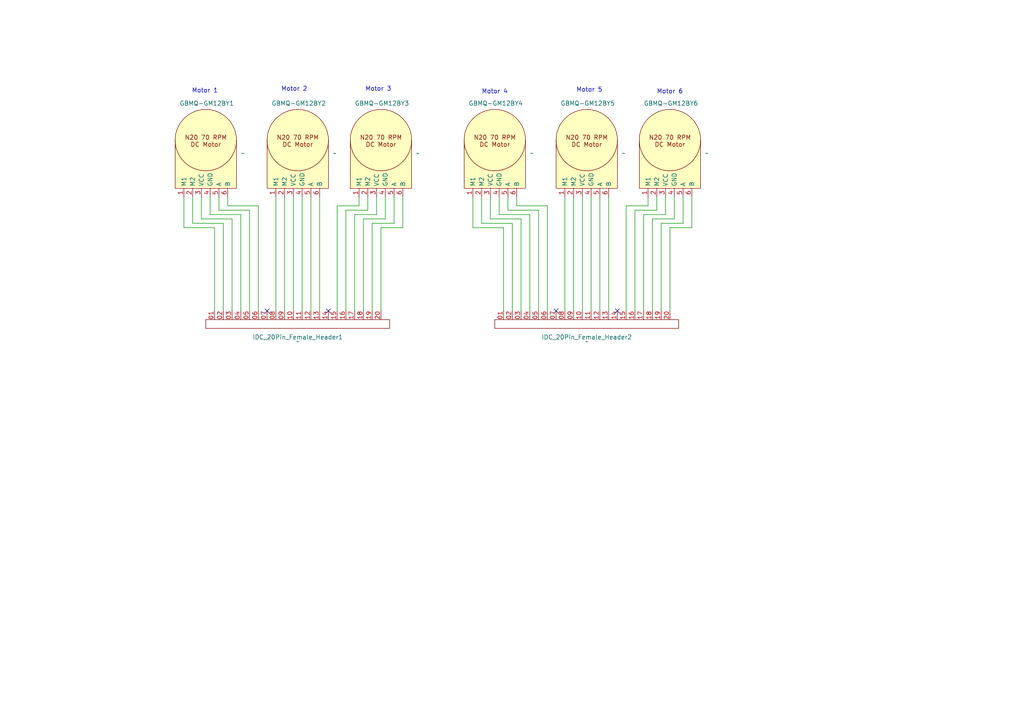
<source format=kicad_sch>
(kicad_sch (version 20231120) (generator "eeschema") (generator_version "8.0")
  (paper "A4")
  (lib_symbols
    (symbol "MyLibrary:GBMQ-GM12BY20"
      (property "Reference" "GBMQ-GM12BY20" (at -0.254 12.192 0))
      (symbol "GBMQ-GM12BY20_1_1"
        (polyline (pts (xy -8.89 0) (xy -8.89 -13.97) (xy 8.89 -13.97) (xy 8.89 0)) (fill (type background)))
        (circle (center 0 0) (radius 8.89) (fill (type background)))
        (text_box "N20 70 RPM\nDC Motor" (at -7.62 2.54 0) (size 15.24 -5.08) (stroke (width -0.0001)) (effects (font (size 1.27 1.27)) (justify top)))
        (pin power_in line (at -6.35 -16.51 90) (length 2.54) (name "M1") (number "1"))
        (pin power_in line (at -3.81 -16.51 90) (length 2.54) (name "M2") (number "2"))
        (pin power_in line (at -1.27 -16.51 90) (length 2.54) (name "VCC") (number "3"))
        (pin power_in line (at 1.27 -16.51 90) (length 2.54) (name "GND") (number "4"))
        (pin input line (at 3.81 -16.51 90) (length 2.54) (name "A") (number "5"))
        (pin input line (at 6.35 -16.51 90) (length 2.54) (name "B") (number "6"))
      )
    )
    (symbol "MyLibrary:IDC_20_Pin_Female_Header"
      (property "Reference" "IDC_20Pin_Female_Header" (at 0.254 2.794 0))
      (symbol "IDC_20_Pin_Female_Header_0_1"
        (rectangle (start -26.67 1.27) (end 26.67 -1.27))
      )
      (symbol "IDC_20_Pin_Female_Header_1_1"
        (pin input line (at -24.13 -3.81 90) (length 2.54) (name "") (number "01"))
        (pin input line (at -21.59 -3.81 90) (length 2.54) (name "") (number "02"))
        (pin input line (at -19.05 -3.81 90) (length 2.54) (name "") (number "03"))
        (pin input line (at -16.51 -3.81 90) (length 2.54) (name "") (number "04"))
        (pin input line (at -13.97 -3.81 90) (length 2.54) (name "") (number "05"))
        (pin input line (at -11.43 -3.81 90) (length 2.54) (name "") (number "06"))
        (pin input line (at -8.89 -3.81 90) (length 2.54) (name "") (number "07"))
        (pin input line (at -6.35 -3.81 90) (length 2.54) (name "") (number "08"))
        (pin input line (at -3.81 -3.81 90) (length 2.54) (name "") (number "09"))
        (pin input line (at -1.27 -3.81 90) (length 2.54) (name "") (number "10"))
        (pin input line (at 1.27 -3.81 90) (length 2.54) (name "") (number "11"))
        (pin input line (at 3.81 -3.81 90) (length 2.54) (name "") (number "12"))
        (pin input line (at 6.35 -3.81 90) (length 2.54) (name "") (number "13"))
        (pin input line (at 8.89 -3.81 90) (length 2.54) (name "") (number "14"))
        (pin input line (at 11.4184 -3.788 90) (length 2.54) (name "") (number "15"))
        (pin input line (at 13.97 -3.81 90) (length 2.54) (name "") (number "16"))
        (pin input line (at 16.51 -3.81 90) (length 2.54) (name "") (number "17"))
        (pin input line (at 19.05 -3.81 90) (length 2.54) (name "") (number "18"))
        (pin input line (at 21.59 -3.81 90) (length 2.54) (name "") (number "19"))
        (pin input line (at 24.13 -3.81 90) (length 2.54) (name "") (number "20"))
      )
    )
  )
  (no_connect (at 95.25 90.17))
  (no_connect (at 161.29 90.17))
  (no_connect (at 179.07 90.17))
  (no_connect (at 77.47 90.17))
  (wire (pts (xy 60.96 57.15) (xy 60.96 62.23)))
  (wire (pts (xy 139.7 64.77) (xy 148.59 64.77)))
  (wire (pts (xy 156.21 60.96) (xy 156.21 90.17)))
  (wire (pts (xy 92.71 57.15) (xy 92.71 90.17)))
  (wire (pts (xy 102.87 62.23) (xy 109.22 62.23)))
  (wire (pts (xy 60.96 62.23) (xy 69.85 62.23)))
  (wire (pts (xy 184.15 90.17) (xy 184.15 60.96)))
  (wire (pts (xy 87.63 57.15) (xy 87.63 90.17)))
  (wire (pts (xy 186.69 90.17) (xy 186.69 62.23)))
  (wire (pts (xy 82.55 57.15) (xy 82.55 90.17)))
  (wire (pts (xy 100.33 90.17) (xy 100.33 60.96)))
  (wire (pts (xy 64.77 64.77) (xy 64.77 90.17)))
  (wire (pts (xy 173.99 57.15) (xy 173.99 90.17)))
  (wire (pts (xy 90.17 57.15) (xy 90.17 90.17)))
  (wire (pts (xy 181.61 59.69) (xy 187.96 59.69)))
  (wire (pts (xy 85.09 57.15) (xy 85.09 90.17)))
  (wire (pts (xy 55.88 64.77) (xy 64.77 64.77)))
  (wire (pts (xy 97.79 59.69) (xy 97.79 90.17)))
  (wire (pts (xy 67.31 63.5) (xy 67.31 90.17)))
  (wire (pts (xy 55.88 57.15) (xy 55.88 64.77)))
  (wire (pts (xy 146.05 66.04) (xy 146.05 90.17)))
  (wire (pts (xy 142.24 63.5) (xy 151.13 63.5)))
  (wire (pts (xy 74.93 59.69) (xy 74.93 90.17)))
  (wire (pts (xy 184.15 60.96) (xy 190.5 60.96)))
  (wire (pts (xy 195.58 63.5) (xy 195.58 57.15)))
  (wire (pts (xy 151.13 63.5) (xy 151.13 90.17)))
  (wire (pts (xy 109.22 62.23) (xy 109.22 57.15)))
  (wire (pts (xy 189.23 63.5) (xy 195.58 63.5)))
  (wire (pts (xy 176.53 57.15) (xy 176.53 90.17)))
  (wire (pts (xy 186.69 62.23) (xy 193.04 62.23)))
  (wire (pts (xy 198.12 64.77) (xy 198.12 57.15)))
  (wire (pts (xy 104.14 59.69) (xy 104.14 57.15)))
  (wire (pts (xy 107.95 90.17) (xy 107.95 64.77)))
  (wire (pts (xy 63.5 57.15) (xy 63.5 60.96)))
  (wire (pts (xy 58.42 57.15) (xy 58.42 63.5)))
  (wire (pts (xy 191.77 64.77) (xy 198.12 64.77)))
  (wire (pts (xy 53.34 66.04) (xy 62.23 66.04)))
  (wire (pts (xy 97.79 59.69) (xy 104.14 59.69)))
  (wire (pts (xy 137.16 66.04) (xy 146.05 66.04)))
  (wire (pts (xy 191.77 90.17) (xy 191.77 64.77)))
  (wire (pts (xy 158.75 59.69) (xy 158.75 90.17)))
  (wire (pts (xy 166.37 57.15) (xy 166.37 90.17)))
  (wire (pts (xy 144.78 62.23) (xy 153.67 62.23)))
  (wire (pts (xy 148.59 64.77) (xy 148.59 90.17)))
  (wire (pts (xy 114.3 64.77) (xy 114.3 57.15)))
  (wire (pts (xy 194.31 90.17) (xy 194.31 66.04)))
  (wire (pts (xy 163.83 57.15) (xy 163.83 90.17)))
  (wire (pts (xy 111.76 63.5) (xy 111.76 57.15)))
  (wire (pts (xy 190.5 60.96) (xy 190.5 57.15)))
  (wire (pts (xy 200.66 66.04) (xy 200.66 57.15)))
  (wire (pts (xy 100.33 60.96) (xy 106.68 60.96)))
  (wire (pts (xy 116.84 66.04) (xy 116.84 57.15)))
  (wire (pts (xy 66.04 59.69) (xy 74.93 59.69)))
  (wire (pts (xy 105.41 90.17) (xy 105.41 63.5)))
  (wire (pts (xy 72.39 60.96) (xy 72.39 90.17)))
  (wire (pts (xy 181.61 59.69) (xy 181.61 90.17)))
  (wire (pts (xy 53.34 57.15) (xy 53.34 66.04)))
  (wire (pts (xy 147.32 57.15) (xy 147.32 60.96)))
  (wire (pts (xy 139.7 57.15) (xy 139.7 64.77)))
  (wire (pts (xy 69.85 62.23) (xy 69.85 90.17)))
  (wire (pts (xy 144.78 57.15) (xy 144.78 62.23)))
  (wire (pts (xy 62.23 66.04) (xy 62.23 90.17)))
  (wire (pts (xy 58.42 63.5) (xy 67.31 63.5)))
  (wire (pts (xy 142.24 57.15) (xy 142.24 63.5)))
  (wire (pts (xy 102.87 90.17) (xy 102.87 62.23)))
  (wire (pts (xy 168.91 57.15) (xy 168.91 90.17)))
  (wire (pts (xy 66.04 57.15) (xy 66.04 59.69)))
  (wire (pts (xy 107.95 64.77) (xy 114.3 64.77)))
  (wire (pts (xy 194.31 66.04) (xy 200.66 66.04)))
  (wire (pts (xy 153.67 62.23) (xy 153.67 90.17)))
  (wire (pts (xy 80.01 57.15) (xy 80.01 90.17)))
  (wire (pts (xy 110.49 66.04) (xy 116.84 66.04)))
  (wire (pts (xy 171.45 57.15) (xy 171.45 90.17)))
  (wire (pts (xy 149.86 59.69) (xy 158.75 59.69)))
  (wire (pts (xy 193.04 62.23) (xy 193.04 57.15)))
  (wire (pts (xy 63.5 60.96) (xy 72.39 60.96)))
  (wire (pts (xy 187.96 59.69) (xy 187.96 57.15)))
  (wire (pts (xy 105.41 63.5) (xy 111.76 63.5)))
  (wire (pts (xy 189.23 90.17) (xy 189.23 63.5)))
  (wire (pts (xy 149.86 57.15) (xy 149.86 59.69)))
  (wire (pts (xy 110.49 90.17) (xy 110.49 66.04)))
  (wire (pts (xy 106.68 60.96) (xy 106.68 57.15)))
  (wire (pts (xy 147.32 60.96) (xy 156.21 60.96)))
  (wire (pts (xy 137.16 57.15) (xy 137.16 66.04)))
  (text "Motor 2" (at 85.344 25.908 0) (effects (font (size 1.27 1.27))))
  (text "Motor 1" (at 59.436 26.416 0) (effects (font (size 1.27 1.27))))
  (text "Motor 4" (at 143.51 26.67 0) (effects (font (size 1.27 1.27))))
  (text "Motor 5" (at 170.942 26.162 0) (effects (font (size 1.27 1.27))))
  (text "Motor 6" (at 194.31 26.67 0) (effects (font (size 1.27 1.27))))
  (text "Motor 3" (at 109.728 25.908 0) (effects (font (size 1.27 1.27))))
  (symbol (lib_id "MyLibrary:IDC_20_Pin_Female_Header") (at 170.18 93.98 0) (mirror x) (unit 1)
    (property "Reference" "IDC_20Pin_Female_Header2" (at 170.18 97.79 0))
    (property "Value" "~" (at 170.18 99.06 0))
  )
  (symbol (lib_id "MyLibrary:GBMQ-GM12BY20") (at 110.49 40.64 0) (unit 1)
    (property "Reference" "GBMQ-GM12BY3" (at 102.87 29.972 0) (effects (justify left)))
    (property "Value" "~" (at 120.65 44.45 0) (effects (justify left)))
  )
  (symbol (lib_id "MyLibrary:IDC_20_Pin_Female_Header") (at 86.36 93.98 0) (mirror x) (unit 1)
    (property "Reference" "IDC_20Pin_Female_Header1" (at 86.36 97.79 0))
    (property "Value" "~" (at 86.36 99.06 0))
  )
  (symbol (lib_id "MyLibrary:GBMQ-GM12BY20") (at 170.18 40.64 0) (unit 1)
    (property "Reference" "GBMQ-GM12BY5" (at 162.56 29.972 0) (effects (justify left)))
    (property "Value" "~" (at 180.34 44.45 0) (effects (justify left)))
  )
  (symbol (lib_id "MyLibrary:GBMQ-GM12BY20") (at 194.31 40.64 0) (unit 1)
    (property "Reference" "GBMQ-GM12BY6" (at 186.69 29.972 0) (effects (justify left)))
    (property "Value" "~" (at 204.47 44.45 0) (effects (justify left)))
  )
  (symbol (lib_id "MyLibrary:GBMQ-GM12BY20") (at 59.69 40.64 0) (unit 1)
    (property "Reference" "GBMQ-GM12BY1" (at 52.07 29.972 0) (effects (justify left)))
    (property "Value" "~" (at 69.85 44.45 0) (effects (justify left)))
  )
  (symbol (lib_id "MyLibrary:GBMQ-GM12BY20") (at 143.51 40.64 0) (unit 1)
    (property "Reference" "GBMQ-GM12BY4" (at 135.89 29.972 0) (effects (justify left)))
    (property "Value" "~" (at 153.67 44.45 0) (effects (justify left)))
  )
  (symbol (lib_id "MyLibrary:GBMQ-GM12BY20") (at 86.36 40.64 0) (unit 1)
    (property "Reference" "GBMQ-GM12BY2" (at 78.74 29.972 0) (effects (justify left)))
    (property "Value" "~" (at 96.52 44.45 0) (effects (justify left)))
  )
)
</source>
